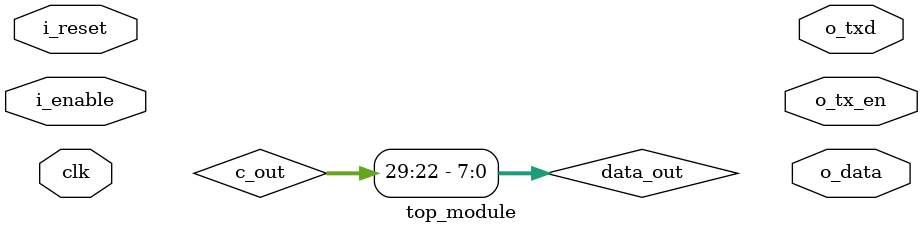
<source format=sv>
module top_module 
	#(parameter INVERT_ENABLE=1,
		parameter INVERT_OUTPUT=1
		)
	(
	input clk,    // Clock
	input i_reset,
	input i_enable,
	output [7:0] o_data,
	output [7:0] o_txd,
	output o_tx_en
);

	localparam WIDTH = 30;

	wire [WIDTH-1 : 0] c_out;
	wire [7:0] data_out;
	logic rollover;

	counter #(
		.WIDTH(WIDTH),
		.RESET_VALUE   (0),
		.MAX_VALUE     (2**WIDTH - 1),
		.ROLLOVER_VALUE(0))
	u_counter (
		.clk     (clk),
		.reset   (i_reset),
		.enable  (INVERT_ENABLE ? !i_enable : i_enable),
		.cnt     (c_out),
		.rollover(rollover));

	assign data_out = c_out[WIDTH-1 : WIDTH-8];

	assign changed = (data != data_out);


endmodule
</source>
